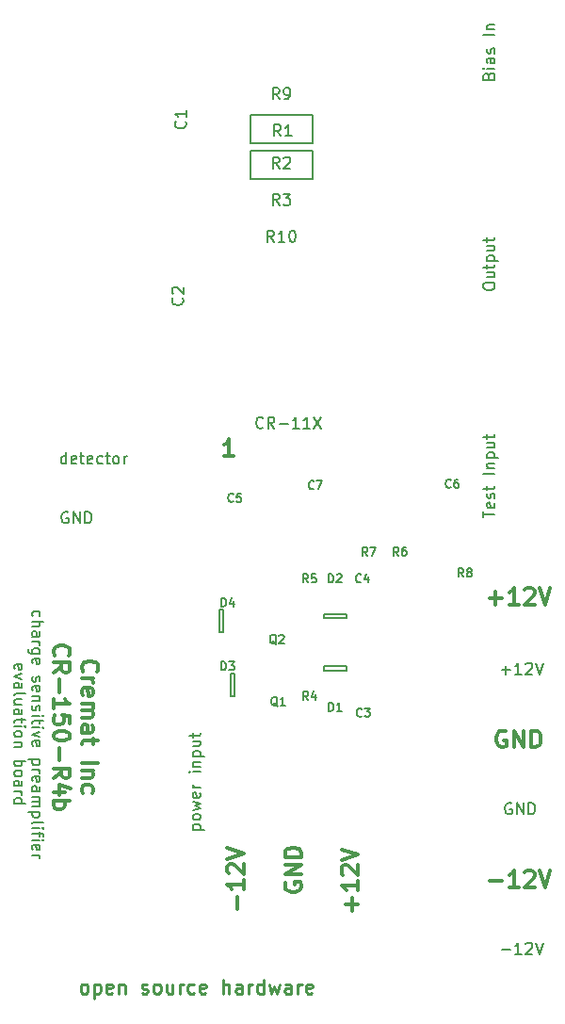
<source format=gbr>
G04 #@! TF.FileFunction,Legend,Top*
%FSLAX46Y46*%
G04 Gerber Fmt 4.6, Leading zero omitted, Abs format (unit mm)*
G04 Created by KiCad (PCBNEW (after 2015-mar-04 BZR unknown)-product) date 5/4/2015 11:29:17 AM*
%MOMM*%
G01*
G04 APERTURE LIST*
%ADD10C,0.101600*%
%ADD11C,0.254000*%
%ADD12C,0.177800*%
%ADD13C,0.300000*%
%ADD14C,0.304800*%
%ADD15C,0.200000*%
%ADD16C,0.150000*%
G04 APERTURE END LIST*
D10*
D11*
X33751763Y-117668524D02*
X33630810Y-117608048D01*
X33570334Y-117547571D01*
X33509858Y-117426619D01*
X33509858Y-117063762D01*
X33570334Y-116942810D01*
X33630810Y-116882333D01*
X33751763Y-116821857D01*
X33933191Y-116821857D01*
X34054143Y-116882333D01*
X34114620Y-116942810D01*
X34175096Y-117063762D01*
X34175096Y-117426619D01*
X34114620Y-117547571D01*
X34054143Y-117608048D01*
X33933191Y-117668524D01*
X33751763Y-117668524D01*
X34719382Y-116821857D02*
X34719382Y-118091857D01*
X34719382Y-116882333D02*
X34840334Y-116821857D01*
X35082239Y-116821857D01*
X35203191Y-116882333D01*
X35263668Y-116942810D01*
X35324144Y-117063762D01*
X35324144Y-117426619D01*
X35263668Y-117547571D01*
X35203191Y-117608048D01*
X35082239Y-117668524D01*
X34840334Y-117668524D01*
X34719382Y-117608048D01*
X36352239Y-117608048D02*
X36231287Y-117668524D01*
X35989382Y-117668524D01*
X35868430Y-117608048D01*
X35807954Y-117487095D01*
X35807954Y-117003286D01*
X35868430Y-116882333D01*
X35989382Y-116821857D01*
X36231287Y-116821857D01*
X36352239Y-116882333D01*
X36412716Y-117003286D01*
X36412716Y-117124238D01*
X35807954Y-117245190D01*
X36957001Y-116821857D02*
X36957001Y-117668524D01*
X36957001Y-116942810D02*
X37017477Y-116882333D01*
X37138430Y-116821857D01*
X37319858Y-116821857D01*
X37440810Y-116882333D01*
X37501287Y-117003286D01*
X37501287Y-117668524D01*
X39013192Y-117608048D02*
X39134144Y-117668524D01*
X39376049Y-117668524D01*
X39497001Y-117608048D01*
X39557477Y-117487095D01*
X39557477Y-117426619D01*
X39497001Y-117305667D01*
X39376049Y-117245190D01*
X39194620Y-117245190D01*
X39073668Y-117184714D01*
X39013192Y-117063762D01*
X39013192Y-117003286D01*
X39073668Y-116882333D01*
X39194620Y-116821857D01*
X39376049Y-116821857D01*
X39497001Y-116882333D01*
X40283192Y-117668524D02*
X40162239Y-117608048D01*
X40101763Y-117547571D01*
X40041287Y-117426619D01*
X40041287Y-117063762D01*
X40101763Y-116942810D01*
X40162239Y-116882333D01*
X40283192Y-116821857D01*
X40464620Y-116821857D01*
X40585572Y-116882333D01*
X40646049Y-116942810D01*
X40706525Y-117063762D01*
X40706525Y-117426619D01*
X40646049Y-117547571D01*
X40585572Y-117608048D01*
X40464620Y-117668524D01*
X40283192Y-117668524D01*
X41795097Y-116821857D02*
X41795097Y-117668524D01*
X41250811Y-116821857D02*
X41250811Y-117487095D01*
X41311287Y-117608048D01*
X41432240Y-117668524D01*
X41613668Y-117668524D01*
X41734620Y-117608048D01*
X41795097Y-117547571D01*
X42399859Y-117668524D02*
X42399859Y-116821857D01*
X42399859Y-117063762D02*
X42460335Y-116942810D01*
X42520811Y-116882333D01*
X42641764Y-116821857D01*
X42762716Y-116821857D01*
X43730335Y-117608048D02*
X43609382Y-117668524D01*
X43367478Y-117668524D01*
X43246525Y-117608048D01*
X43186049Y-117547571D01*
X43125573Y-117426619D01*
X43125573Y-117063762D01*
X43186049Y-116942810D01*
X43246525Y-116882333D01*
X43367478Y-116821857D01*
X43609382Y-116821857D01*
X43730335Y-116882333D01*
X44758429Y-117608048D02*
X44637477Y-117668524D01*
X44395572Y-117668524D01*
X44274620Y-117608048D01*
X44214144Y-117487095D01*
X44214144Y-117003286D01*
X44274620Y-116882333D01*
X44395572Y-116821857D01*
X44637477Y-116821857D01*
X44758429Y-116882333D01*
X44818906Y-117003286D01*
X44818906Y-117124238D01*
X44214144Y-117245190D01*
X46330810Y-117668524D02*
X46330810Y-116398524D01*
X46875096Y-117668524D02*
X46875096Y-117003286D01*
X46814619Y-116882333D01*
X46693667Y-116821857D01*
X46512239Y-116821857D01*
X46391286Y-116882333D01*
X46330810Y-116942810D01*
X48024144Y-117668524D02*
X48024144Y-117003286D01*
X47963667Y-116882333D01*
X47842715Y-116821857D01*
X47600810Y-116821857D01*
X47479858Y-116882333D01*
X48024144Y-117608048D02*
X47903191Y-117668524D01*
X47600810Y-117668524D01*
X47479858Y-117608048D01*
X47419382Y-117487095D01*
X47419382Y-117366143D01*
X47479858Y-117245190D01*
X47600810Y-117184714D01*
X47903191Y-117184714D01*
X48024144Y-117124238D01*
X48628906Y-117668524D02*
X48628906Y-116821857D01*
X48628906Y-117063762D02*
X48689382Y-116942810D01*
X48749858Y-116882333D01*
X48870811Y-116821857D01*
X48991763Y-116821857D01*
X49959382Y-117668524D02*
X49959382Y-116398524D01*
X49959382Y-117608048D02*
X49838429Y-117668524D01*
X49596525Y-117668524D01*
X49475572Y-117608048D01*
X49415096Y-117547571D01*
X49354620Y-117426619D01*
X49354620Y-117063762D01*
X49415096Y-116942810D01*
X49475572Y-116882333D01*
X49596525Y-116821857D01*
X49838429Y-116821857D01*
X49959382Y-116882333D01*
X50443192Y-116821857D02*
X50685096Y-117668524D01*
X50927001Y-117063762D01*
X51168906Y-117668524D01*
X51410811Y-116821857D01*
X52438906Y-117668524D02*
X52438906Y-117003286D01*
X52378429Y-116882333D01*
X52257477Y-116821857D01*
X52015572Y-116821857D01*
X51894620Y-116882333D01*
X52438906Y-117608048D02*
X52317953Y-117668524D01*
X52015572Y-117668524D01*
X51894620Y-117608048D01*
X51834144Y-117487095D01*
X51834144Y-117366143D01*
X51894620Y-117245190D01*
X52015572Y-117184714D01*
X52317953Y-117184714D01*
X52438906Y-117124238D01*
X53043668Y-117668524D02*
X53043668Y-116821857D01*
X53043668Y-117063762D02*
X53104144Y-116942810D01*
X53164620Y-116882333D01*
X53285573Y-116821857D01*
X53406525Y-116821857D01*
X54313667Y-117608048D02*
X54192715Y-117668524D01*
X53950810Y-117668524D01*
X53829858Y-117608048D01*
X53769382Y-117487095D01*
X53769382Y-117003286D01*
X53829858Y-116882333D01*
X53950810Y-116821857D01*
X54192715Y-116821857D01*
X54313667Y-116882333D01*
X54374144Y-117003286D01*
X54374144Y-117124238D01*
X53769382Y-117245190D01*
D12*
X29217862Y-83789763D02*
X29169481Y-83693001D01*
X29169481Y-83499478D01*
X29217862Y-83402716D01*
X29266243Y-83354335D01*
X29363005Y-83305954D01*
X29653290Y-83305954D01*
X29750052Y-83354335D01*
X29798433Y-83402716D01*
X29846814Y-83499478D01*
X29846814Y-83693001D01*
X29798433Y-83789763D01*
X29169481Y-84225192D02*
X30185481Y-84225192D01*
X29169481Y-84660620D02*
X29701671Y-84660620D01*
X29798433Y-84612239D01*
X29846814Y-84515477D01*
X29846814Y-84370335D01*
X29798433Y-84273573D01*
X29750052Y-84225192D01*
X29169481Y-85579858D02*
X29701671Y-85579858D01*
X29798433Y-85531477D01*
X29846814Y-85434715D01*
X29846814Y-85241192D01*
X29798433Y-85144430D01*
X29217862Y-85579858D02*
X29169481Y-85483096D01*
X29169481Y-85241192D01*
X29217862Y-85144430D01*
X29314624Y-85096049D01*
X29411386Y-85096049D01*
X29508148Y-85144430D01*
X29556529Y-85241192D01*
X29556529Y-85483096D01*
X29604910Y-85579858D01*
X29169481Y-86063668D02*
X29846814Y-86063668D01*
X29653290Y-86063668D02*
X29750052Y-86112049D01*
X29798433Y-86160430D01*
X29846814Y-86257192D01*
X29846814Y-86353953D01*
X29846814Y-87128048D02*
X29024338Y-87128048D01*
X28927576Y-87079667D01*
X28879195Y-87031286D01*
X28830814Y-86934525D01*
X28830814Y-86789382D01*
X28879195Y-86692620D01*
X29217862Y-87128048D02*
X29169481Y-87031286D01*
X29169481Y-86837763D01*
X29217862Y-86741001D01*
X29266243Y-86692620D01*
X29363005Y-86644239D01*
X29653290Y-86644239D01*
X29750052Y-86692620D01*
X29798433Y-86741001D01*
X29846814Y-86837763D01*
X29846814Y-87031286D01*
X29798433Y-87128048D01*
X29217862Y-87998905D02*
X29169481Y-87902143D01*
X29169481Y-87708620D01*
X29217862Y-87611858D01*
X29314624Y-87563477D01*
X29701671Y-87563477D01*
X29798433Y-87611858D01*
X29846814Y-87708620D01*
X29846814Y-87902143D01*
X29798433Y-87998905D01*
X29701671Y-88047286D01*
X29604910Y-88047286D01*
X29508148Y-87563477D01*
X29217862Y-89208429D02*
X29169481Y-89305191D01*
X29169481Y-89498715D01*
X29217862Y-89595476D01*
X29314624Y-89643857D01*
X29363005Y-89643857D01*
X29459767Y-89595476D01*
X29508148Y-89498715D01*
X29508148Y-89353572D01*
X29556529Y-89256810D01*
X29653290Y-89208429D01*
X29701671Y-89208429D01*
X29798433Y-89256810D01*
X29846814Y-89353572D01*
X29846814Y-89498715D01*
X29798433Y-89595476D01*
X29217862Y-90466333D02*
X29169481Y-90369571D01*
X29169481Y-90176048D01*
X29217862Y-90079286D01*
X29314624Y-90030905D01*
X29701671Y-90030905D01*
X29798433Y-90079286D01*
X29846814Y-90176048D01*
X29846814Y-90369571D01*
X29798433Y-90466333D01*
X29701671Y-90514714D01*
X29604910Y-90514714D01*
X29508148Y-90030905D01*
X29846814Y-90950143D02*
X29169481Y-90950143D01*
X29750052Y-90950143D02*
X29798433Y-90998524D01*
X29846814Y-91095286D01*
X29846814Y-91240428D01*
X29798433Y-91337190D01*
X29701671Y-91385571D01*
X29169481Y-91385571D01*
X29217862Y-91821000D02*
X29169481Y-91917762D01*
X29169481Y-92111286D01*
X29217862Y-92208047D01*
X29314624Y-92256428D01*
X29363005Y-92256428D01*
X29459767Y-92208047D01*
X29508148Y-92111286D01*
X29508148Y-91966143D01*
X29556529Y-91869381D01*
X29653290Y-91821000D01*
X29701671Y-91821000D01*
X29798433Y-91869381D01*
X29846814Y-91966143D01*
X29846814Y-92111286D01*
X29798433Y-92208047D01*
X29169481Y-92691857D02*
X29846814Y-92691857D01*
X30185481Y-92691857D02*
X30137100Y-92643476D01*
X30088719Y-92691857D01*
X30137100Y-92740238D01*
X30185481Y-92691857D01*
X30088719Y-92691857D01*
X29846814Y-93030524D02*
X29846814Y-93417572D01*
X30185481Y-93175667D02*
X29314624Y-93175667D01*
X29217862Y-93224048D01*
X29169481Y-93320810D01*
X29169481Y-93417572D01*
X29169481Y-93756238D02*
X29846814Y-93756238D01*
X30185481Y-93756238D02*
X30137100Y-93707857D01*
X30088719Y-93756238D01*
X30137100Y-93804619D01*
X30185481Y-93756238D01*
X30088719Y-93756238D01*
X29846814Y-94143286D02*
X29169481Y-94385191D01*
X29846814Y-94627095D01*
X29217862Y-95401190D02*
X29169481Y-95304428D01*
X29169481Y-95110905D01*
X29217862Y-95014143D01*
X29314624Y-94965762D01*
X29701671Y-94965762D01*
X29798433Y-95014143D01*
X29846814Y-95110905D01*
X29846814Y-95304428D01*
X29798433Y-95401190D01*
X29701671Y-95449571D01*
X29604910Y-95449571D01*
X29508148Y-94965762D01*
X29846814Y-96659095D02*
X28830814Y-96659095D01*
X29798433Y-96659095D02*
X29846814Y-96755857D01*
X29846814Y-96949380D01*
X29798433Y-97046142D01*
X29750052Y-97094523D01*
X29653290Y-97142904D01*
X29363005Y-97142904D01*
X29266243Y-97094523D01*
X29217862Y-97046142D01*
X29169481Y-96949380D01*
X29169481Y-96755857D01*
X29217862Y-96659095D01*
X29169481Y-97578333D02*
X29846814Y-97578333D01*
X29653290Y-97578333D02*
X29750052Y-97626714D01*
X29798433Y-97675095D01*
X29846814Y-97771857D01*
X29846814Y-97868618D01*
X29217862Y-98594332D02*
X29169481Y-98497570D01*
X29169481Y-98304047D01*
X29217862Y-98207285D01*
X29314624Y-98158904D01*
X29701671Y-98158904D01*
X29798433Y-98207285D01*
X29846814Y-98304047D01*
X29846814Y-98497570D01*
X29798433Y-98594332D01*
X29701671Y-98642713D01*
X29604910Y-98642713D01*
X29508148Y-98158904D01*
X29169481Y-99513570D02*
X29701671Y-99513570D01*
X29798433Y-99465189D01*
X29846814Y-99368427D01*
X29846814Y-99174904D01*
X29798433Y-99078142D01*
X29217862Y-99513570D02*
X29169481Y-99416808D01*
X29169481Y-99174904D01*
X29217862Y-99078142D01*
X29314624Y-99029761D01*
X29411386Y-99029761D01*
X29508148Y-99078142D01*
X29556529Y-99174904D01*
X29556529Y-99416808D01*
X29604910Y-99513570D01*
X29169481Y-99997380D02*
X29846814Y-99997380D01*
X29750052Y-99997380D02*
X29798433Y-100045761D01*
X29846814Y-100142523D01*
X29846814Y-100287665D01*
X29798433Y-100384427D01*
X29701671Y-100432808D01*
X29169481Y-100432808D01*
X29701671Y-100432808D02*
X29798433Y-100481189D01*
X29846814Y-100577951D01*
X29846814Y-100723094D01*
X29798433Y-100819856D01*
X29701671Y-100868237D01*
X29169481Y-100868237D01*
X29846814Y-101352047D02*
X28830814Y-101352047D01*
X29798433Y-101352047D02*
X29846814Y-101448809D01*
X29846814Y-101642332D01*
X29798433Y-101739094D01*
X29750052Y-101787475D01*
X29653290Y-101835856D01*
X29363005Y-101835856D01*
X29266243Y-101787475D01*
X29217862Y-101739094D01*
X29169481Y-101642332D01*
X29169481Y-101448809D01*
X29217862Y-101352047D01*
X29169481Y-102416428D02*
X29217862Y-102319666D01*
X29314624Y-102271285D01*
X30185481Y-102271285D01*
X29169481Y-102803475D02*
X29846814Y-102803475D01*
X30185481Y-102803475D02*
X30137100Y-102755094D01*
X30088719Y-102803475D01*
X30137100Y-102851856D01*
X30185481Y-102803475D01*
X30088719Y-102803475D01*
X29846814Y-103142142D02*
X29846814Y-103529190D01*
X29169481Y-103287285D02*
X30040338Y-103287285D01*
X30137100Y-103335666D01*
X30185481Y-103432428D01*
X30185481Y-103529190D01*
X29169481Y-103867856D02*
X29846814Y-103867856D01*
X30185481Y-103867856D02*
X30137100Y-103819475D01*
X30088719Y-103867856D01*
X30137100Y-103916237D01*
X30185481Y-103867856D01*
X30088719Y-103867856D01*
X29217862Y-104738713D02*
X29169481Y-104641951D01*
X29169481Y-104448428D01*
X29217862Y-104351666D01*
X29314624Y-104303285D01*
X29701671Y-104303285D01*
X29798433Y-104351666D01*
X29846814Y-104448428D01*
X29846814Y-104641951D01*
X29798433Y-104738713D01*
X29701671Y-104787094D01*
X29604910Y-104787094D01*
X29508148Y-104303285D01*
X29169481Y-105222523D02*
X29846814Y-105222523D01*
X29653290Y-105222523D02*
X29750052Y-105270904D01*
X29798433Y-105319285D01*
X29846814Y-105416047D01*
X29846814Y-105512808D01*
X27617662Y-88531096D02*
X27569281Y-88434334D01*
X27569281Y-88240811D01*
X27617662Y-88144049D01*
X27714424Y-88095668D01*
X28101471Y-88095668D01*
X28198233Y-88144049D01*
X28246614Y-88240811D01*
X28246614Y-88434334D01*
X28198233Y-88531096D01*
X28101471Y-88579477D01*
X28004710Y-88579477D01*
X27907948Y-88095668D01*
X28246614Y-88918144D02*
X27569281Y-89160049D01*
X28246614Y-89401953D01*
X27569281Y-90224429D02*
X28101471Y-90224429D01*
X28198233Y-90176048D01*
X28246614Y-90079286D01*
X28246614Y-89885763D01*
X28198233Y-89789001D01*
X27617662Y-90224429D02*
X27569281Y-90127667D01*
X27569281Y-89885763D01*
X27617662Y-89789001D01*
X27714424Y-89740620D01*
X27811186Y-89740620D01*
X27907948Y-89789001D01*
X27956329Y-89885763D01*
X27956329Y-90127667D01*
X28004710Y-90224429D01*
X27569281Y-90853382D02*
X27617662Y-90756620D01*
X27714424Y-90708239D01*
X28585281Y-90708239D01*
X28246614Y-91675857D02*
X27569281Y-91675857D01*
X28246614Y-91240429D02*
X27714424Y-91240429D01*
X27617662Y-91288810D01*
X27569281Y-91385572D01*
X27569281Y-91530714D01*
X27617662Y-91627476D01*
X27666043Y-91675857D01*
X27569281Y-92595095D02*
X28101471Y-92595095D01*
X28198233Y-92546714D01*
X28246614Y-92449952D01*
X28246614Y-92256429D01*
X28198233Y-92159667D01*
X27617662Y-92595095D02*
X27569281Y-92498333D01*
X27569281Y-92256429D01*
X27617662Y-92159667D01*
X27714424Y-92111286D01*
X27811186Y-92111286D01*
X27907948Y-92159667D01*
X27956329Y-92256429D01*
X27956329Y-92498333D01*
X28004710Y-92595095D01*
X28246614Y-92933762D02*
X28246614Y-93320810D01*
X28585281Y-93078905D02*
X27714424Y-93078905D01*
X27617662Y-93127286D01*
X27569281Y-93224048D01*
X27569281Y-93320810D01*
X27569281Y-93659476D02*
X28246614Y-93659476D01*
X28585281Y-93659476D02*
X28536900Y-93611095D01*
X28488519Y-93659476D01*
X28536900Y-93707857D01*
X28585281Y-93659476D01*
X28488519Y-93659476D01*
X27569281Y-94288429D02*
X27617662Y-94191667D01*
X27666043Y-94143286D01*
X27762805Y-94094905D01*
X28053090Y-94094905D01*
X28149852Y-94143286D01*
X28198233Y-94191667D01*
X28246614Y-94288429D01*
X28246614Y-94433571D01*
X28198233Y-94530333D01*
X28149852Y-94578714D01*
X28053090Y-94627095D01*
X27762805Y-94627095D01*
X27666043Y-94578714D01*
X27617662Y-94530333D01*
X27569281Y-94433571D01*
X27569281Y-94288429D01*
X28246614Y-95062524D02*
X27569281Y-95062524D01*
X28149852Y-95062524D02*
X28198233Y-95110905D01*
X28246614Y-95207667D01*
X28246614Y-95352809D01*
X28198233Y-95449571D01*
X28101471Y-95497952D01*
X27569281Y-95497952D01*
X27569281Y-96755857D02*
X28585281Y-96755857D01*
X28198233Y-96755857D02*
X28246614Y-96852619D01*
X28246614Y-97046142D01*
X28198233Y-97142904D01*
X28149852Y-97191285D01*
X28053090Y-97239666D01*
X27762805Y-97239666D01*
X27666043Y-97191285D01*
X27617662Y-97142904D01*
X27569281Y-97046142D01*
X27569281Y-96852619D01*
X27617662Y-96755857D01*
X27569281Y-97820238D02*
X27617662Y-97723476D01*
X27666043Y-97675095D01*
X27762805Y-97626714D01*
X28053090Y-97626714D01*
X28149852Y-97675095D01*
X28198233Y-97723476D01*
X28246614Y-97820238D01*
X28246614Y-97965380D01*
X28198233Y-98062142D01*
X28149852Y-98110523D01*
X28053090Y-98158904D01*
X27762805Y-98158904D01*
X27666043Y-98110523D01*
X27617662Y-98062142D01*
X27569281Y-97965380D01*
X27569281Y-97820238D01*
X27569281Y-99029761D02*
X28101471Y-99029761D01*
X28198233Y-98981380D01*
X28246614Y-98884618D01*
X28246614Y-98691095D01*
X28198233Y-98594333D01*
X27617662Y-99029761D02*
X27569281Y-98932999D01*
X27569281Y-98691095D01*
X27617662Y-98594333D01*
X27714424Y-98545952D01*
X27811186Y-98545952D01*
X27907948Y-98594333D01*
X27956329Y-98691095D01*
X27956329Y-98932999D01*
X28004710Y-99029761D01*
X27569281Y-99513571D02*
X28246614Y-99513571D01*
X28053090Y-99513571D02*
X28149852Y-99561952D01*
X28198233Y-99610333D01*
X28246614Y-99707095D01*
X28246614Y-99803856D01*
X27569281Y-100577951D02*
X28585281Y-100577951D01*
X27617662Y-100577951D02*
X27569281Y-100481189D01*
X27569281Y-100287666D01*
X27617662Y-100190904D01*
X27666043Y-100142523D01*
X27762805Y-100094142D01*
X28053090Y-100094142D01*
X28149852Y-100142523D01*
X28198233Y-100190904D01*
X28246614Y-100287666D01*
X28246614Y-100481189D01*
X28198233Y-100577951D01*
D13*
X31214286Y-87297430D02*
X31142857Y-87226001D01*
X31071429Y-87011715D01*
X31071429Y-86868858D01*
X31142857Y-86654573D01*
X31285714Y-86511715D01*
X31428571Y-86440287D01*
X31714286Y-86368858D01*
X31928571Y-86368858D01*
X32214286Y-86440287D01*
X32357143Y-86511715D01*
X32500000Y-86654573D01*
X32571429Y-86868858D01*
X32571429Y-87011715D01*
X32500000Y-87226001D01*
X32428571Y-87297430D01*
X31071429Y-88797430D02*
X31785714Y-88297430D01*
X31071429Y-87940287D02*
X32571429Y-87940287D01*
X32571429Y-88511715D01*
X32500000Y-88654573D01*
X32428571Y-88726001D01*
X32285714Y-88797430D01*
X32071429Y-88797430D01*
X31928571Y-88726001D01*
X31857143Y-88654573D01*
X31785714Y-88511715D01*
X31785714Y-87940287D01*
X31642857Y-89440287D02*
X31642857Y-90583144D01*
X31071429Y-92083144D02*
X31071429Y-91226001D01*
X31071429Y-91654573D02*
X32571429Y-91654573D01*
X32357143Y-91511716D01*
X32214286Y-91368858D01*
X32142857Y-91226001D01*
X32571429Y-93440287D02*
X32571429Y-92726001D01*
X31857143Y-92654572D01*
X31928571Y-92726001D01*
X32000000Y-92868858D01*
X32000000Y-93226001D01*
X31928571Y-93368858D01*
X31857143Y-93440287D01*
X31714286Y-93511715D01*
X31357143Y-93511715D01*
X31214286Y-93440287D01*
X31142857Y-93368858D01*
X31071429Y-93226001D01*
X31071429Y-92868858D01*
X31142857Y-92726001D01*
X31214286Y-92654572D01*
X32571429Y-94440286D02*
X32571429Y-94583143D01*
X32500000Y-94726000D01*
X32428571Y-94797429D01*
X32285714Y-94868858D01*
X32000000Y-94940286D01*
X31642857Y-94940286D01*
X31357143Y-94868858D01*
X31214286Y-94797429D01*
X31142857Y-94726000D01*
X31071429Y-94583143D01*
X31071429Y-94440286D01*
X31142857Y-94297429D01*
X31214286Y-94226000D01*
X31357143Y-94154572D01*
X31642857Y-94083143D01*
X32000000Y-94083143D01*
X32285714Y-94154572D01*
X32428571Y-94226000D01*
X32500000Y-94297429D01*
X32571429Y-94440286D01*
X31642857Y-95583143D02*
X31642857Y-96726000D01*
X31071429Y-98297429D02*
X31785714Y-97797429D01*
X31071429Y-97440286D02*
X32571429Y-97440286D01*
X32571429Y-98011714D01*
X32500000Y-98154572D01*
X32428571Y-98226000D01*
X32285714Y-98297429D01*
X32071429Y-98297429D01*
X31928571Y-98226000D01*
X31857143Y-98154572D01*
X31785714Y-98011714D01*
X31785714Y-97440286D01*
X32071429Y-99583143D02*
X31071429Y-99583143D01*
X32642857Y-99226000D02*
X31571429Y-98868857D01*
X31571429Y-99797429D01*
X31071429Y-100368857D02*
X32571429Y-100368857D01*
X32000000Y-100368857D02*
X32071429Y-100511714D01*
X32071429Y-100797428D01*
X32000000Y-100940285D01*
X31928571Y-101011714D01*
X31785714Y-101083143D01*
X31357143Y-101083143D01*
X31214286Y-101011714D01*
X31142857Y-100940285D01*
X31071429Y-100797428D01*
X31071429Y-100511714D01*
X31142857Y-100368857D01*
X33754286Y-88726001D02*
X33682857Y-88654572D01*
X33611429Y-88440286D01*
X33611429Y-88297429D01*
X33682857Y-88083144D01*
X33825714Y-87940286D01*
X33968571Y-87868858D01*
X34254286Y-87797429D01*
X34468571Y-87797429D01*
X34754286Y-87868858D01*
X34897143Y-87940286D01*
X35040000Y-88083144D01*
X35111429Y-88297429D01*
X35111429Y-88440286D01*
X35040000Y-88654572D01*
X34968571Y-88726001D01*
X33611429Y-89368858D02*
X34611429Y-89368858D01*
X34325714Y-89368858D02*
X34468571Y-89440286D01*
X34540000Y-89511715D01*
X34611429Y-89654572D01*
X34611429Y-89797429D01*
X33682857Y-90868857D02*
X33611429Y-90726000D01*
X33611429Y-90440286D01*
X33682857Y-90297429D01*
X33825714Y-90226000D01*
X34397143Y-90226000D01*
X34540000Y-90297429D01*
X34611429Y-90440286D01*
X34611429Y-90726000D01*
X34540000Y-90868857D01*
X34397143Y-90940286D01*
X34254286Y-90940286D01*
X34111429Y-90226000D01*
X33611429Y-91583143D02*
X34611429Y-91583143D01*
X34468571Y-91583143D02*
X34540000Y-91654571D01*
X34611429Y-91797429D01*
X34611429Y-92011714D01*
X34540000Y-92154571D01*
X34397143Y-92226000D01*
X33611429Y-92226000D01*
X34397143Y-92226000D02*
X34540000Y-92297429D01*
X34611429Y-92440286D01*
X34611429Y-92654571D01*
X34540000Y-92797429D01*
X34397143Y-92868857D01*
X33611429Y-92868857D01*
X33611429Y-94226000D02*
X34397143Y-94226000D01*
X34540000Y-94154571D01*
X34611429Y-94011714D01*
X34611429Y-93726000D01*
X34540000Y-93583143D01*
X33682857Y-94226000D02*
X33611429Y-94083143D01*
X33611429Y-93726000D01*
X33682857Y-93583143D01*
X33825714Y-93511714D01*
X33968571Y-93511714D01*
X34111429Y-93583143D01*
X34182857Y-93726000D01*
X34182857Y-94083143D01*
X34254286Y-94226000D01*
X34611429Y-94726000D02*
X34611429Y-95297429D01*
X35111429Y-94940286D02*
X33825714Y-94940286D01*
X33682857Y-95011714D01*
X33611429Y-95154572D01*
X33611429Y-95297429D01*
X33611429Y-96940286D02*
X35111429Y-96940286D01*
X34611429Y-97654572D02*
X33611429Y-97654572D01*
X34468571Y-97654572D02*
X34540000Y-97726000D01*
X34611429Y-97868858D01*
X34611429Y-98083143D01*
X34540000Y-98226000D01*
X34397143Y-98297429D01*
X33611429Y-98297429D01*
X33682857Y-99654572D02*
X33611429Y-99511715D01*
X33611429Y-99226001D01*
X33682857Y-99083143D01*
X33754286Y-99011715D01*
X33897143Y-98940286D01*
X34325714Y-98940286D01*
X34468571Y-99011715D01*
X34540000Y-99083143D01*
X34611429Y-99226001D01*
X34611429Y-99511715D01*
X34540000Y-99654572D01*
X70255144Y-107549143D02*
X71398001Y-107549143D01*
X72898001Y-108120571D02*
X72040858Y-108120571D01*
X72469430Y-108120571D02*
X72469430Y-106620571D01*
X72326573Y-106834857D01*
X72183715Y-106977714D01*
X72040858Y-107049143D01*
X73469429Y-106763429D02*
X73540858Y-106692000D01*
X73683715Y-106620571D01*
X74040858Y-106620571D01*
X74183715Y-106692000D01*
X74255144Y-106763429D01*
X74326572Y-106906286D01*
X74326572Y-107049143D01*
X74255144Y-107263429D01*
X73398001Y-108120571D01*
X74326572Y-108120571D01*
X74755143Y-106620571D02*
X75255143Y-108120571D01*
X75755143Y-106620571D01*
X71755143Y-94119000D02*
X71612286Y-94047571D01*
X71398000Y-94047571D01*
X71183715Y-94119000D01*
X71040857Y-94261857D01*
X70969429Y-94404714D01*
X70898000Y-94690429D01*
X70898000Y-94904714D01*
X70969429Y-95190429D01*
X71040857Y-95333286D01*
X71183715Y-95476143D01*
X71398000Y-95547571D01*
X71540857Y-95547571D01*
X71755143Y-95476143D01*
X71826572Y-95404714D01*
X71826572Y-94904714D01*
X71540857Y-94904714D01*
X72469429Y-95547571D02*
X72469429Y-94047571D01*
X73326572Y-95547571D01*
X73326572Y-94047571D01*
X74040858Y-95547571D02*
X74040858Y-94047571D01*
X74398001Y-94047571D01*
X74612286Y-94119000D01*
X74755144Y-94261857D01*
X74826572Y-94404714D01*
X74898001Y-94690429D01*
X74898001Y-94904714D01*
X74826572Y-95190429D01*
X74755144Y-95333286D01*
X74612286Y-95476143D01*
X74398001Y-95547571D01*
X74040858Y-95547571D01*
X70255144Y-82149143D02*
X71398001Y-82149143D01*
X70826572Y-82720571D02*
X70826572Y-81577714D01*
X72898001Y-82720571D02*
X72040858Y-82720571D01*
X72469430Y-82720571D02*
X72469430Y-81220571D01*
X72326573Y-81434857D01*
X72183715Y-81577714D01*
X72040858Y-81649143D01*
X73469429Y-81363429D02*
X73540858Y-81292000D01*
X73683715Y-81220571D01*
X74040858Y-81220571D01*
X74183715Y-81292000D01*
X74255144Y-81363429D01*
X74326572Y-81506286D01*
X74326572Y-81649143D01*
X74255144Y-81863429D01*
X73398001Y-82720571D01*
X74326572Y-82720571D01*
X74755143Y-81220571D02*
X75255143Y-82720571D01*
X75755143Y-81220571D01*
X51955000Y-107695857D02*
X51883571Y-107838714D01*
X51883571Y-108053000D01*
X51955000Y-108267285D01*
X52097857Y-108410143D01*
X52240714Y-108481571D01*
X52526429Y-108553000D01*
X52740714Y-108553000D01*
X53026429Y-108481571D01*
X53169286Y-108410143D01*
X53312143Y-108267285D01*
X53383571Y-108053000D01*
X53383571Y-107910143D01*
X53312143Y-107695857D01*
X53240714Y-107624428D01*
X52740714Y-107624428D01*
X52740714Y-107910143D01*
X53383571Y-106981571D02*
X51883571Y-106981571D01*
X53383571Y-106124428D01*
X51883571Y-106124428D01*
X53383571Y-105410142D02*
X51883571Y-105410142D01*
X51883571Y-105052999D01*
X51955000Y-104838714D01*
X52097857Y-104695856D01*
X52240714Y-104624428D01*
X52526429Y-104552999D01*
X52740714Y-104552999D01*
X53026429Y-104624428D01*
X53169286Y-104695856D01*
X53312143Y-104838714D01*
X53383571Y-105052999D01*
X53383571Y-105410142D01*
X57892143Y-110211856D02*
X57892143Y-109068999D01*
X58463571Y-109640428D02*
X57320714Y-109640428D01*
X58463571Y-107568999D02*
X58463571Y-108426142D01*
X58463571Y-107997570D02*
X56963571Y-107997570D01*
X57177857Y-108140427D01*
X57320714Y-108283285D01*
X57392143Y-108426142D01*
X57106429Y-106997571D02*
X57035000Y-106926142D01*
X56963571Y-106783285D01*
X56963571Y-106426142D01*
X57035000Y-106283285D01*
X57106429Y-106211856D01*
X57249286Y-106140428D01*
X57392143Y-106140428D01*
X57606429Y-106211856D01*
X58463571Y-107068999D01*
X58463571Y-106140428D01*
X56963571Y-105711857D02*
X58463571Y-105211857D01*
X56963571Y-104711857D01*
X47605143Y-110084856D02*
X47605143Y-108941999D01*
X48176571Y-107441999D02*
X48176571Y-108299142D01*
X48176571Y-107870570D02*
X46676571Y-107870570D01*
X46890857Y-108013427D01*
X47033714Y-108156285D01*
X47105143Y-108299142D01*
X46819429Y-106870571D02*
X46748000Y-106799142D01*
X46676571Y-106656285D01*
X46676571Y-106299142D01*
X46748000Y-106156285D01*
X46819429Y-106084856D01*
X46962286Y-106013428D01*
X47105143Y-106013428D01*
X47319429Y-106084856D01*
X48176571Y-106941999D01*
X48176571Y-106013428D01*
X46676571Y-105584857D02*
X48176571Y-105084857D01*
X46676571Y-104584857D01*
D14*
X47298429Y-69396429D02*
X46427572Y-69396429D01*
X46863000Y-69396429D02*
X46863000Y-67872429D01*
X46717857Y-68090143D01*
X46572715Y-68235286D01*
X46427572Y-68307857D01*
D15*
X54356000Y-41910000D02*
X48768000Y-41910000D01*
X54356000Y-44450000D02*
X54356000Y-41910000D01*
X48768000Y-44450000D02*
X54356000Y-44450000D01*
X48768000Y-41910000D02*
X48768000Y-44450000D01*
X54356000Y-38735000D02*
X48768000Y-38735000D01*
X54356000Y-41275000D02*
X54356000Y-38735000D01*
X48768000Y-41275000D02*
X54356000Y-41275000D01*
X48768000Y-38735000D02*
X48768000Y-41275000D01*
D16*
X46355000Y-83185000D02*
X46355000Y-85217000D01*
X46355000Y-85217000D02*
X45974000Y-85217000D01*
X45974000Y-85217000D02*
X45974000Y-83185000D01*
X45974000Y-83185000D02*
X46355000Y-83185000D01*
X46990000Y-90932000D02*
X46990000Y-88900000D01*
X46990000Y-88900000D02*
X47371000Y-88900000D01*
X47371000Y-88900000D02*
X47371000Y-90932000D01*
X47371000Y-90932000D02*
X46990000Y-90932000D01*
X55372000Y-83566000D02*
X57404000Y-83566000D01*
X57404000Y-83566000D02*
X57404000Y-83947000D01*
X57404000Y-83947000D02*
X55372000Y-83947000D01*
X55372000Y-83947000D02*
X55372000Y-83566000D01*
X57404000Y-88646000D02*
X55372000Y-88646000D01*
X55372000Y-88646000D02*
X55372000Y-88265000D01*
X55372000Y-88265000D02*
X57404000Y-88265000D01*
X57404000Y-88265000D02*
X57404000Y-88646000D01*
D12*
X58801000Y-92728143D02*
X58764714Y-92764429D01*
X58655857Y-92800714D01*
X58583286Y-92800714D01*
X58474429Y-92764429D01*
X58401857Y-92691857D01*
X58365572Y-92619286D01*
X58329286Y-92474143D01*
X58329286Y-92365286D01*
X58365572Y-92220143D01*
X58401857Y-92147571D01*
X58474429Y-92075000D01*
X58583286Y-92038714D01*
X58655857Y-92038714D01*
X58764714Y-92075000D01*
X58801000Y-92111286D01*
X59055000Y-92038714D02*
X59526714Y-92038714D01*
X59272714Y-92329000D01*
X59381572Y-92329000D01*
X59454143Y-92365286D01*
X59490429Y-92401571D01*
X59526714Y-92474143D01*
X59526714Y-92655571D01*
X59490429Y-92728143D01*
X59454143Y-92764429D01*
X59381572Y-92800714D01*
X59163857Y-92800714D01*
X59091286Y-92764429D01*
X59055000Y-92728143D01*
X58724800Y-80663143D02*
X58688514Y-80699429D01*
X58579657Y-80735714D01*
X58507086Y-80735714D01*
X58398229Y-80699429D01*
X58325657Y-80626857D01*
X58289372Y-80554286D01*
X58253086Y-80409143D01*
X58253086Y-80300286D01*
X58289372Y-80155143D01*
X58325657Y-80082571D01*
X58398229Y-80010000D01*
X58507086Y-79973714D01*
X58579657Y-79973714D01*
X58688514Y-80010000D01*
X58724800Y-80046286D01*
X59377943Y-80227714D02*
X59377943Y-80735714D01*
X59196514Y-79937429D02*
X59015086Y-80481714D01*
X59486800Y-80481714D01*
X47244000Y-73424143D02*
X47207714Y-73460429D01*
X47098857Y-73496714D01*
X47026286Y-73496714D01*
X46917429Y-73460429D01*
X46844857Y-73387857D01*
X46808572Y-73315286D01*
X46772286Y-73170143D01*
X46772286Y-73061286D01*
X46808572Y-72916143D01*
X46844857Y-72843571D01*
X46917429Y-72771000D01*
X47026286Y-72734714D01*
X47098857Y-72734714D01*
X47207714Y-72771000D01*
X47244000Y-72807286D01*
X47933429Y-72734714D02*
X47570572Y-72734714D01*
X47534286Y-73097571D01*
X47570572Y-73061286D01*
X47643143Y-73025000D01*
X47824572Y-73025000D01*
X47897143Y-73061286D01*
X47933429Y-73097571D01*
X47969714Y-73170143D01*
X47969714Y-73351571D01*
X47933429Y-73424143D01*
X47897143Y-73460429D01*
X47824572Y-73496714D01*
X47643143Y-73496714D01*
X47570572Y-73460429D01*
X47534286Y-73424143D01*
X66802000Y-72154143D02*
X66765714Y-72190429D01*
X66656857Y-72226714D01*
X66584286Y-72226714D01*
X66475429Y-72190429D01*
X66402857Y-72117857D01*
X66366572Y-72045286D01*
X66330286Y-71900143D01*
X66330286Y-71791286D01*
X66366572Y-71646143D01*
X66402857Y-71573571D01*
X66475429Y-71501000D01*
X66584286Y-71464714D01*
X66656857Y-71464714D01*
X66765714Y-71501000D01*
X66802000Y-71537286D01*
X67455143Y-71464714D02*
X67310000Y-71464714D01*
X67237429Y-71501000D01*
X67201143Y-71537286D01*
X67128572Y-71646143D01*
X67092286Y-71791286D01*
X67092286Y-72081571D01*
X67128572Y-72154143D01*
X67164857Y-72190429D01*
X67237429Y-72226714D01*
X67382572Y-72226714D01*
X67455143Y-72190429D01*
X67491429Y-72154143D01*
X67527714Y-72081571D01*
X67527714Y-71900143D01*
X67491429Y-71827571D01*
X67455143Y-71791286D01*
X67382572Y-71755000D01*
X67237429Y-71755000D01*
X67164857Y-71791286D01*
X67128572Y-71827571D01*
X67092286Y-71900143D01*
X54483000Y-72281143D02*
X54446714Y-72317429D01*
X54337857Y-72353714D01*
X54265286Y-72353714D01*
X54156429Y-72317429D01*
X54083857Y-72244857D01*
X54047572Y-72172286D01*
X54011286Y-72027143D01*
X54011286Y-71918286D01*
X54047572Y-71773143D01*
X54083857Y-71700571D01*
X54156429Y-71628000D01*
X54265286Y-71591714D01*
X54337857Y-71591714D01*
X54446714Y-71628000D01*
X54483000Y-71664286D01*
X54737000Y-71591714D02*
X55245000Y-71591714D01*
X54918429Y-72353714D01*
X32227763Y-70055619D02*
X32227763Y-69039619D01*
X32227763Y-70007238D02*
X32131001Y-70055619D01*
X31937478Y-70055619D01*
X31840716Y-70007238D01*
X31792335Y-69958857D01*
X31743954Y-69862095D01*
X31743954Y-69571810D01*
X31792335Y-69475048D01*
X31840716Y-69426667D01*
X31937478Y-69378286D01*
X32131001Y-69378286D01*
X32227763Y-69426667D01*
X33098620Y-70007238D02*
X33001858Y-70055619D01*
X32808335Y-70055619D01*
X32711573Y-70007238D01*
X32663192Y-69910476D01*
X32663192Y-69523429D01*
X32711573Y-69426667D01*
X32808335Y-69378286D01*
X33001858Y-69378286D01*
X33098620Y-69426667D01*
X33147001Y-69523429D01*
X33147001Y-69620190D01*
X32663192Y-69716952D01*
X33437287Y-69378286D02*
X33824335Y-69378286D01*
X33582430Y-69039619D02*
X33582430Y-69910476D01*
X33630811Y-70007238D01*
X33727573Y-70055619D01*
X33824335Y-70055619D01*
X34550048Y-70007238D02*
X34453286Y-70055619D01*
X34259763Y-70055619D01*
X34163001Y-70007238D01*
X34114620Y-69910476D01*
X34114620Y-69523429D01*
X34163001Y-69426667D01*
X34259763Y-69378286D01*
X34453286Y-69378286D01*
X34550048Y-69426667D01*
X34598429Y-69523429D01*
X34598429Y-69620190D01*
X34114620Y-69716952D01*
X35469286Y-70007238D02*
X35372524Y-70055619D01*
X35179001Y-70055619D01*
X35082239Y-70007238D01*
X35033858Y-69958857D01*
X34985477Y-69862095D01*
X34985477Y-69571810D01*
X35033858Y-69475048D01*
X35082239Y-69426667D01*
X35179001Y-69378286D01*
X35372524Y-69378286D01*
X35469286Y-69426667D01*
X35759572Y-69378286D02*
X36146620Y-69378286D01*
X35904715Y-69039619D02*
X35904715Y-69910476D01*
X35953096Y-70007238D01*
X36049858Y-70055619D01*
X36146620Y-70055619D01*
X36630429Y-70055619D02*
X36533667Y-70007238D01*
X36485286Y-69958857D01*
X36436905Y-69862095D01*
X36436905Y-69571810D01*
X36485286Y-69475048D01*
X36533667Y-69426667D01*
X36630429Y-69378286D01*
X36775571Y-69378286D01*
X36872333Y-69426667D01*
X36920714Y-69475048D01*
X36969095Y-69571810D01*
X36969095Y-69862095D01*
X36920714Y-69958857D01*
X36872333Y-70007238D01*
X36775571Y-70055619D01*
X36630429Y-70055619D01*
X37404524Y-70055619D02*
X37404524Y-69378286D01*
X37404524Y-69571810D02*
X37452905Y-69475048D01*
X37501286Y-69426667D01*
X37598048Y-69378286D01*
X37694809Y-69378286D01*
X51235429Y-91857286D02*
X51162857Y-91821000D01*
X51090286Y-91748429D01*
X50981429Y-91639571D01*
X50908857Y-91603286D01*
X50836286Y-91603286D01*
X50872571Y-91784714D02*
X50800000Y-91748429D01*
X50727429Y-91675857D01*
X50691143Y-91530714D01*
X50691143Y-91276714D01*
X50727429Y-91131571D01*
X50800000Y-91059000D01*
X50872571Y-91022714D01*
X51017714Y-91022714D01*
X51090286Y-91059000D01*
X51162857Y-91131571D01*
X51199143Y-91276714D01*
X51199143Y-91530714D01*
X51162857Y-91675857D01*
X51090286Y-91748429D01*
X51017714Y-91784714D01*
X50872571Y-91784714D01*
X51924857Y-91784714D02*
X51489429Y-91784714D01*
X51707143Y-91784714D02*
X51707143Y-91022714D01*
X51634572Y-91131571D01*
X51562000Y-91204143D01*
X51489429Y-91240429D01*
X51108429Y-86269286D02*
X51035857Y-86233000D01*
X50963286Y-86160429D01*
X50854429Y-86051571D01*
X50781857Y-86015286D01*
X50709286Y-86015286D01*
X50745571Y-86196714D02*
X50673000Y-86160429D01*
X50600429Y-86087857D01*
X50564143Y-85942714D01*
X50564143Y-85688714D01*
X50600429Y-85543571D01*
X50673000Y-85471000D01*
X50745571Y-85434714D01*
X50890714Y-85434714D01*
X50963286Y-85471000D01*
X51035857Y-85543571D01*
X51072143Y-85688714D01*
X51072143Y-85942714D01*
X51035857Y-86087857D01*
X50963286Y-86160429D01*
X50890714Y-86196714D01*
X50745571Y-86196714D01*
X51362429Y-85507286D02*
X51398715Y-85471000D01*
X51471286Y-85434714D01*
X51652715Y-85434714D01*
X51725286Y-85471000D01*
X51761572Y-85507286D01*
X51797857Y-85579857D01*
X51797857Y-85652429D01*
X51761572Y-85761286D01*
X51326143Y-86196714D01*
X51797857Y-86196714D01*
X53975000Y-91276714D02*
X53721000Y-90913857D01*
X53539572Y-91276714D02*
X53539572Y-90514714D01*
X53829857Y-90514714D01*
X53902429Y-90551000D01*
X53938714Y-90587286D01*
X53975000Y-90659857D01*
X53975000Y-90768714D01*
X53938714Y-90841286D01*
X53902429Y-90877571D01*
X53829857Y-90913857D01*
X53539572Y-90913857D01*
X54628143Y-90768714D02*
X54628143Y-91276714D01*
X54446714Y-90478429D02*
X54265286Y-91022714D01*
X54737000Y-91022714D01*
X53975000Y-80735714D02*
X53721000Y-80372857D01*
X53539572Y-80735714D02*
X53539572Y-79973714D01*
X53829857Y-79973714D01*
X53902429Y-80010000D01*
X53938714Y-80046286D01*
X53975000Y-80118857D01*
X53975000Y-80227714D01*
X53938714Y-80300286D01*
X53902429Y-80336571D01*
X53829857Y-80372857D01*
X53539572Y-80372857D01*
X54664429Y-79973714D02*
X54301572Y-79973714D01*
X54265286Y-80336571D01*
X54301572Y-80300286D01*
X54374143Y-80264000D01*
X54555572Y-80264000D01*
X54628143Y-80300286D01*
X54664429Y-80336571D01*
X54700714Y-80409143D01*
X54700714Y-80590571D01*
X54664429Y-80663143D01*
X54628143Y-80699429D01*
X54555572Y-80735714D01*
X54374143Y-80735714D01*
X54301572Y-80699429D01*
X54265286Y-80663143D01*
X62103000Y-78322714D02*
X61849000Y-77959857D01*
X61667572Y-78322714D02*
X61667572Y-77560714D01*
X61957857Y-77560714D01*
X62030429Y-77597000D01*
X62066714Y-77633286D01*
X62103000Y-77705857D01*
X62103000Y-77814714D01*
X62066714Y-77887286D01*
X62030429Y-77923571D01*
X61957857Y-77959857D01*
X61667572Y-77959857D01*
X62756143Y-77560714D02*
X62611000Y-77560714D01*
X62538429Y-77597000D01*
X62502143Y-77633286D01*
X62429572Y-77742143D01*
X62393286Y-77887286D01*
X62393286Y-78177571D01*
X62429572Y-78250143D01*
X62465857Y-78286429D01*
X62538429Y-78322714D01*
X62683572Y-78322714D01*
X62756143Y-78286429D01*
X62792429Y-78250143D01*
X62828714Y-78177571D01*
X62828714Y-77996143D01*
X62792429Y-77923571D01*
X62756143Y-77887286D01*
X62683572Y-77851000D01*
X62538429Y-77851000D01*
X62465857Y-77887286D01*
X62429572Y-77923571D01*
X62393286Y-77996143D01*
X59309000Y-78322714D02*
X59055000Y-77959857D01*
X58873572Y-78322714D02*
X58873572Y-77560714D01*
X59163857Y-77560714D01*
X59236429Y-77597000D01*
X59272714Y-77633286D01*
X59309000Y-77705857D01*
X59309000Y-77814714D01*
X59272714Y-77887286D01*
X59236429Y-77923571D01*
X59163857Y-77959857D01*
X58873572Y-77959857D01*
X59563000Y-77560714D02*
X60071000Y-77560714D01*
X59744429Y-78322714D01*
X67945000Y-80227714D02*
X67691000Y-79864857D01*
X67509572Y-80227714D02*
X67509572Y-79465714D01*
X67799857Y-79465714D01*
X67872429Y-79502000D01*
X67908714Y-79538286D01*
X67945000Y-79610857D01*
X67945000Y-79719714D01*
X67908714Y-79792286D01*
X67872429Y-79828571D01*
X67799857Y-79864857D01*
X67509572Y-79864857D01*
X68380429Y-79792286D02*
X68307857Y-79756000D01*
X68271572Y-79719714D01*
X68235286Y-79647143D01*
X68235286Y-79610857D01*
X68271572Y-79538286D01*
X68307857Y-79502000D01*
X68380429Y-79465714D01*
X68525572Y-79465714D01*
X68598143Y-79502000D01*
X68634429Y-79538286D01*
X68670714Y-79610857D01*
X68670714Y-79647143D01*
X68634429Y-79719714D01*
X68598143Y-79756000D01*
X68525572Y-79792286D01*
X68380429Y-79792286D01*
X68307857Y-79828571D01*
X68271572Y-79864857D01*
X68235286Y-79937429D01*
X68235286Y-80082571D01*
X68271572Y-80155143D01*
X68307857Y-80191429D01*
X68380429Y-80227714D01*
X68525572Y-80227714D01*
X68598143Y-80191429D01*
X68634429Y-80155143D01*
X68670714Y-80082571D01*
X68670714Y-79937429D01*
X68634429Y-79864857D01*
X68598143Y-79828571D01*
X68525572Y-79792286D01*
X32372905Y-74422000D02*
X32276143Y-74373619D01*
X32131000Y-74373619D01*
X31985858Y-74422000D01*
X31889096Y-74518762D01*
X31840715Y-74615524D01*
X31792334Y-74809048D01*
X31792334Y-74954190D01*
X31840715Y-75147714D01*
X31889096Y-75244476D01*
X31985858Y-75341238D01*
X32131000Y-75389619D01*
X32227762Y-75389619D01*
X32372905Y-75341238D01*
X32421286Y-75292857D01*
X32421286Y-74954190D01*
X32227762Y-74954190D01*
X32856715Y-75389619D02*
X32856715Y-74373619D01*
X33437286Y-75389619D01*
X33437286Y-74373619D01*
X33921096Y-75389619D02*
X33921096Y-74373619D01*
X34163001Y-74373619D01*
X34308143Y-74422000D01*
X34404905Y-74518762D01*
X34453286Y-74615524D01*
X34501667Y-74809048D01*
X34501667Y-74954190D01*
X34453286Y-75147714D01*
X34404905Y-75244476D01*
X34308143Y-75341238D01*
X34163001Y-75389619D01*
X33921096Y-75389619D01*
X42907857Y-39285333D02*
X42956238Y-39333714D01*
X43004619Y-39478857D01*
X43004619Y-39575619D01*
X42956238Y-39720761D01*
X42859476Y-39817523D01*
X42762714Y-39865904D01*
X42569190Y-39914285D01*
X42424048Y-39914285D01*
X42230524Y-39865904D01*
X42133762Y-39817523D01*
X42037000Y-39720761D01*
X41988619Y-39575619D01*
X41988619Y-39478857D01*
X42037000Y-39333714D01*
X42085381Y-39285333D01*
X43004619Y-38317714D02*
X43004619Y-38898285D01*
X43004619Y-38607999D02*
X41988619Y-38607999D01*
X42133762Y-38704761D01*
X42230524Y-38801523D01*
X42278905Y-38898285D01*
X42653857Y-55160333D02*
X42702238Y-55208714D01*
X42750619Y-55353857D01*
X42750619Y-55450619D01*
X42702238Y-55595761D01*
X42605476Y-55692523D01*
X42508714Y-55740904D01*
X42315190Y-55789285D01*
X42170048Y-55789285D01*
X41976524Y-55740904D01*
X41879762Y-55692523D01*
X41783000Y-55595761D01*
X41734619Y-55450619D01*
X41734619Y-55353857D01*
X41783000Y-55208714D01*
X41831381Y-55160333D01*
X41831381Y-54773285D02*
X41783000Y-54724904D01*
X41734619Y-54628142D01*
X41734619Y-54386238D01*
X41783000Y-54289476D01*
X41831381Y-54241095D01*
X41928143Y-54192714D01*
X42024905Y-54192714D01*
X42170048Y-54241095D01*
X42750619Y-54821666D01*
X42750619Y-54192714D01*
X51392667Y-37289619D02*
X51054001Y-36805810D01*
X50812096Y-37289619D02*
X50812096Y-36273619D01*
X51199143Y-36273619D01*
X51295905Y-36322000D01*
X51344286Y-36370381D01*
X51392667Y-36467143D01*
X51392667Y-36612286D01*
X51344286Y-36709048D01*
X51295905Y-36757429D01*
X51199143Y-36805810D01*
X50812096Y-36805810D01*
X51876477Y-37289619D02*
X52070001Y-37289619D01*
X52166762Y-37241238D01*
X52215143Y-37192857D01*
X52311905Y-37047714D01*
X52360286Y-36854190D01*
X52360286Y-36467143D01*
X52311905Y-36370381D01*
X52263524Y-36322000D01*
X52166762Y-36273619D01*
X51973239Y-36273619D01*
X51876477Y-36322000D01*
X51828096Y-36370381D01*
X51779715Y-36467143D01*
X51779715Y-36709048D01*
X51828096Y-36805810D01*
X51876477Y-36854190D01*
X51973239Y-36902571D01*
X52166762Y-36902571D01*
X52263524Y-36854190D01*
X52311905Y-36805810D01*
X52360286Y-36709048D01*
X51519667Y-40591619D02*
X51181001Y-40107810D01*
X50939096Y-40591619D02*
X50939096Y-39575619D01*
X51326143Y-39575619D01*
X51422905Y-39624000D01*
X51471286Y-39672381D01*
X51519667Y-39769143D01*
X51519667Y-39914286D01*
X51471286Y-40011048D01*
X51422905Y-40059429D01*
X51326143Y-40107810D01*
X50939096Y-40107810D01*
X52487286Y-40591619D02*
X51906715Y-40591619D01*
X52197001Y-40591619D02*
X52197001Y-39575619D01*
X52100239Y-39720762D01*
X52003477Y-39817524D01*
X51906715Y-39865905D01*
X51392667Y-43512619D02*
X51054001Y-43028810D01*
X50812096Y-43512619D02*
X50812096Y-42496619D01*
X51199143Y-42496619D01*
X51295905Y-42545000D01*
X51344286Y-42593381D01*
X51392667Y-42690143D01*
X51392667Y-42835286D01*
X51344286Y-42932048D01*
X51295905Y-42980429D01*
X51199143Y-43028810D01*
X50812096Y-43028810D01*
X51779715Y-42593381D02*
X51828096Y-42545000D01*
X51924858Y-42496619D01*
X52166762Y-42496619D01*
X52263524Y-42545000D01*
X52311905Y-42593381D01*
X52360286Y-42690143D01*
X52360286Y-42786905D01*
X52311905Y-42932048D01*
X51731334Y-43512619D01*
X52360286Y-43512619D01*
X51392667Y-46814619D02*
X51054001Y-46330810D01*
X50812096Y-46814619D02*
X50812096Y-45798619D01*
X51199143Y-45798619D01*
X51295905Y-45847000D01*
X51344286Y-45895381D01*
X51392667Y-45992143D01*
X51392667Y-46137286D01*
X51344286Y-46234048D01*
X51295905Y-46282429D01*
X51199143Y-46330810D01*
X50812096Y-46330810D01*
X51731334Y-45798619D02*
X52360286Y-45798619D01*
X52021620Y-46185667D01*
X52166762Y-46185667D01*
X52263524Y-46234048D01*
X52311905Y-46282429D01*
X52360286Y-46379190D01*
X52360286Y-46621095D01*
X52311905Y-46717857D01*
X52263524Y-46766238D01*
X52166762Y-46814619D01*
X51876477Y-46814619D01*
X51779715Y-46766238D01*
X51731334Y-46717857D01*
X50908857Y-50116619D02*
X50570191Y-49632810D01*
X50328286Y-50116619D02*
X50328286Y-49100619D01*
X50715333Y-49100619D01*
X50812095Y-49149000D01*
X50860476Y-49197381D01*
X50908857Y-49294143D01*
X50908857Y-49439286D01*
X50860476Y-49536048D01*
X50812095Y-49584429D01*
X50715333Y-49632810D01*
X50328286Y-49632810D01*
X51876476Y-50116619D02*
X51295905Y-50116619D01*
X51586191Y-50116619D02*
X51586191Y-49100619D01*
X51489429Y-49245762D01*
X51392667Y-49342524D01*
X51295905Y-49390905D01*
X52505429Y-49100619D02*
X52602190Y-49100619D01*
X52698952Y-49149000D01*
X52747333Y-49197381D01*
X52795714Y-49294143D01*
X52844095Y-49487667D01*
X52844095Y-49729571D01*
X52795714Y-49923095D01*
X52747333Y-50019857D01*
X52698952Y-50068238D01*
X52602190Y-50116619D01*
X52505429Y-50116619D01*
X52408667Y-50068238D01*
X52360286Y-50019857D01*
X52311905Y-49923095D01*
X52263524Y-49729571D01*
X52263524Y-49487667D01*
X52311905Y-49294143D01*
X52360286Y-49197381D01*
X52408667Y-49149000D01*
X52505429Y-49100619D01*
X70209229Y-35199562D02*
X70257610Y-35054419D01*
X70305990Y-35006038D01*
X70402752Y-34957657D01*
X70547895Y-34957657D01*
X70644657Y-35006038D01*
X70693038Y-35054419D01*
X70741419Y-35151181D01*
X70741419Y-35538228D01*
X69725419Y-35538228D01*
X69725419Y-35199562D01*
X69773800Y-35102800D01*
X69822181Y-35054419D01*
X69918943Y-35006038D01*
X70015705Y-35006038D01*
X70112467Y-35054419D01*
X70160848Y-35102800D01*
X70209229Y-35199562D01*
X70209229Y-35538228D01*
X70741419Y-34522228D02*
X70064086Y-34522228D01*
X69725419Y-34522228D02*
X69773800Y-34570609D01*
X69822181Y-34522228D01*
X69773800Y-34473847D01*
X69725419Y-34522228D01*
X69822181Y-34522228D01*
X70741419Y-33602990D02*
X70209229Y-33602990D01*
X70112467Y-33651371D01*
X70064086Y-33748133D01*
X70064086Y-33941656D01*
X70112467Y-34038418D01*
X70693038Y-33602990D02*
X70741419Y-33699752D01*
X70741419Y-33941656D01*
X70693038Y-34038418D01*
X70596276Y-34086799D01*
X70499514Y-34086799D01*
X70402752Y-34038418D01*
X70354371Y-33941656D01*
X70354371Y-33699752D01*
X70305990Y-33602990D01*
X70693038Y-33167561D02*
X70741419Y-33070799D01*
X70741419Y-32877275D01*
X70693038Y-32780514D01*
X70596276Y-32732133D01*
X70547895Y-32732133D01*
X70451133Y-32780514D01*
X70402752Y-32877275D01*
X70402752Y-33022418D01*
X70354371Y-33119180D01*
X70257610Y-33167561D01*
X70209229Y-33167561D01*
X70112467Y-33119180D01*
X70064086Y-33022418D01*
X70064086Y-32877275D01*
X70112467Y-32780514D01*
X70741419Y-31522609D02*
X69725419Y-31522609D01*
X70064086Y-31038799D02*
X70741419Y-31038799D01*
X70160848Y-31038799D02*
X70112467Y-30990418D01*
X70064086Y-30893656D01*
X70064086Y-30748514D01*
X70112467Y-30651752D01*
X70209229Y-30603371D01*
X70741419Y-30603371D01*
X69725419Y-54176989D02*
X69725419Y-53983466D01*
X69773800Y-53886704D01*
X69870562Y-53789942D01*
X70064086Y-53741561D01*
X70402752Y-53741561D01*
X70596276Y-53789942D01*
X70693038Y-53886704D01*
X70741419Y-53983466D01*
X70741419Y-54176989D01*
X70693038Y-54273751D01*
X70596276Y-54370513D01*
X70402752Y-54418894D01*
X70064086Y-54418894D01*
X69870562Y-54370513D01*
X69773800Y-54273751D01*
X69725419Y-54176989D01*
X70064086Y-52870704D02*
X70741419Y-52870704D01*
X70064086Y-53306132D02*
X70596276Y-53306132D01*
X70693038Y-53257751D01*
X70741419Y-53160989D01*
X70741419Y-53015847D01*
X70693038Y-52919085D01*
X70644657Y-52870704D01*
X70064086Y-52532037D02*
X70064086Y-52144989D01*
X69725419Y-52386894D02*
X70596276Y-52386894D01*
X70693038Y-52338513D01*
X70741419Y-52241751D01*
X70741419Y-52144989D01*
X70064086Y-51806323D02*
X71080086Y-51806323D01*
X70112467Y-51806323D02*
X70064086Y-51709561D01*
X70064086Y-51516038D01*
X70112467Y-51419276D01*
X70160848Y-51370895D01*
X70257610Y-51322514D01*
X70547895Y-51322514D01*
X70644657Y-51370895D01*
X70693038Y-51419276D01*
X70741419Y-51516038D01*
X70741419Y-51709561D01*
X70693038Y-51806323D01*
X70064086Y-50451657D02*
X70741419Y-50451657D01*
X70064086Y-50887085D02*
X70596276Y-50887085D01*
X70693038Y-50838704D01*
X70741419Y-50741942D01*
X70741419Y-50596800D01*
X70693038Y-50500038D01*
X70644657Y-50451657D01*
X70064086Y-50112990D02*
X70064086Y-49725942D01*
X69725419Y-49967847D02*
X70596276Y-49967847D01*
X70693038Y-49919466D01*
X70741419Y-49822704D01*
X70741419Y-49725942D01*
X69725419Y-74896132D02*
X69725419Y-74315561D01*
X70741419Y-74605846D02*
X69725419Y-74605846D01*
X70693038Y-73589847D02*
X70741419Y-73686609D01*
X70741419Y-73880132D01*
X70693038Y-73976894D01*
X70596276Y-74025275D01*
X70209229Y-74025275D01*
X70112467Y-73976894D01*
X70064086Y-73880132D01*
X70064086Y-73686609D01*
X70112467Y-73589847D01*
X70209229Y-73541466D01*
X70305990Y-73541466D01*
X70402752Y-74025275D01*
X70693038Y-73154418D02*
X70741419Y-73057656D01*
X70741419Y-72864132D01*
X70693038Y-72767371D01*
X70596276Y-72718990D01*
X70547895Y-72718990D01*
X70451133Y-72767371D01*
X70402752Y-72864132D01*
X70402752Y-73009275D01*
X70354371Y-73106037D01*
X70257610Y-73154418D01*
X70209229Y-73154418D01*
X70112467Y-73106037D01*
X70064086Y-73009275D01*
X70064086Y-72864132D01*
X70112467Y-72767371D01*
X70064086Y-72428704D02*
X70064086Y-72041656D01*
X69725419Y-72283561D02*
X70596276Y-72283561D01*
X70693038Y-72235180D01*
X70741419Y-72138418D01*
X70741419Y-72041656D01*
X70741419Y-70928895D02*
X69725419Y-70928895D01*
X70064086Y-70445085D02*
X70741419Y-70445085D01*
X70160848Y-70445085D02*
X70112467Y-70396704D01*
X70064086Y-70299942D01*
X70064086Y-70154800D01*
X70112467Y-70058038D01*
X70209229Y-70009657D01*
X70741419Y-70009657D01*
X70064086Y-69525847D02*
X71080086Y-69525847D01*
X70112467Y-69525847D02*
X70064086Y-69429085D01*
X70064086Y-69235562D01*
X70112467Y-69138800D01*
X70160848Y-69090419D01*
X70257610Y-69042038D01*
X70547895Y-69042038D01*
X70644657Y-69090419D01*
X70693038Y-69138800D01*
X70741419Y-69235562D01*
X70741419Y-69429085D01*
X70693038Y-69525847D01*
X70064086Y-68171181D02*
X70741419Y-68171181D01*
X70064086Y-68606609D02*
X70596276Y-68606609D01*
X70693038Y-68558228D01*
X70741419Y-68461466D01*
X70741419Y-68316324D01*
X70693038Y-68219562D01*
X70644657Y-68171181D01*
X70064086Y-67832514D02*
X70064086Y-67445466D01*
X69725419Y-67687371D02*
X70596276Y-67687371D01*
X70693038Y-67638990D01*
X70741419Y-67542228D01*
X70741419Y-67445466D01*
X49923095Y-66783857D02*
X49874714Y-66832238D01*
X49729571Y-66880619D01*
X49632809Y-66880619D01*
X49487667Y-66832238D01*
X49390905Y-66735476D01*
X49342524Y-66638714D01*
X49294143Y-66445190D01*
X49294143Y-66300048D01*
X49342524Y-66106524D01*
X49390905Y-66009762D01*
X49487667Y-65913000D01*
X49632809Y-65864619D01*
X49729571Y-65864619D01*
X49874714Y-65913000D01*
X49923095Y-65961381D01*
X50939095Y-66880619D02*
X50600429Y-66396810D01*
X50358524Y-66880619D02*
X50358524Y-65864619D01*
X50745571Y-65864619D01*
X50842333Y-65913000D01*
X50890714Y-65961381D01*
X50939095Y-66058143D01*
X50939095Y-66203286D01*
X50890714Y-66300048D01*
X50842333Y-66348429D01*
X50745571Y-66396810D01*
X50358524Y-66396810D01*
X51374524Y-66493571D02*
X52148619Y-66493571D01*
X53164619Y-66880619D02*
X52584048Y-66880619D01*
X52874334Y-66880619D02*
X52874334Y-65864619D01*
X52777572Y-66009762D01*
X52680810Y-66106524D01*
X52584048Y-66154905D01*
X54132238Y-66880619D02*
X53551667Y-66880619D01*
X53841953Y-66880619D02*
X53841953Y-65864619D01*
X53745191Y-66009762D01*
X53648429Y-66106524D01*
X53551667Y-66154905D01*
X54470905Y-65864619D02*
X55148238Y-66880619D01*
X55148238Y-65864619D02*
X54470905Y-66880619D01*
X43597286Y-102936523D02*
X44613286Y-102936523D01*
X43645667Y-102936523D02*
X43597286Y-102839761D01*
X43597286Y-102646238D01*
X43645667Y-102549476D01*
X43694048Y-102501095D01*
X43790810Y-102452714D01*
X44081095Y-102452714D01*
X44177857Y-102501095D01*
X44226238Y-102549476D01*
X44274619Y-102646238D01*
X44274619Y-102839761D01*
X44226238Y-102936523D01*
X44274619Y-101872142D02*
X44226238Y-101968904D01*
X44177857Y-102017285D01*
X44081095Y-102065666D01*
X43790810Y-102065666D01*
X43694048Y-102017285D01*
X43645667Y-101968904D01*
X43597286Y-101872142D01*
X43597286Y-101727000D01*
X43645667Y-101630238D01*
X43694048Y-101581857D01*
X43790810Y-101533476D01*
X44081095Y-101533476D01*
X44177857Y-101581857D01*
X44226238Y-101630238D01*
X44274619Y-101727000D01*
X44274619Y-101872142D01*
X43597286Y-101194809D02*
X44274619Y-101001285D01*
X43790810Y-100807762D01*
X44274619Y-100614238D01*
X43597286Y-100420714D01*
X44226238Y-99646619D02*
X44274619Y-99743381D01*
X44274619Y-99936904D01*
X44226238Y-100033666D01*
X44129476Y-100082047D01*
X43742429Y-100082047D01*
X43645667Y-100033666D01*
X43597286Y-99936904D01*
X43597286Y-99743381D01*
X43645667Y-99646619D01*
X43742429Y-99598238D01*
X43839190Y-99598238D01*
X43935952Y-100082047D01*
X44274619Y-99162809D02*
X43597286Y-99162809D01*
X43790810Y-99162809D02*
X43694048Y-99114428D01*
X43645667Y-99066047D01*
X43597286Y-98969285D01*
X43597286Y-98872524D01*
X44274619Y-97759762D02*
X43597286Y-97759762D01*
X43258619Y-97759762D02*
X43307000Y-97808143D01*
X43355381Y-97759762D01*
X43307000Y-97711381D01*
X43258619Y-97759762D01*
X43355381Y-97759762D01*
X43597286Y-97275952D02*
X44274619Y-97275952D01*
X43694048Y-97275952D02*
X43645667Y-97227571D01*
X43597286Y-97130809D01*
X43597286Y-96985667D01*
X43645667Y-96888905D01*
X43742429Y-96840524D01*
X44274619Y-96840524D01*
X43597286Y-96356714D02*
X44613286Y-96356714D01*
X43645667Y-96356714D02*
X43597286Y-96259952D01*
X43597286Y-96066429D01*
X43645667Y-95969667D01*
X43694048Y-95921286D01*
X43790810Y-95872905D01*
X44081095Y-95872905D01*
X44177857Y-95921286D01*
X44226238Y-95969667D01*
X44274619Y-96066429D01*
X44274619Y-96259952D01*
X44226238Y-96356714D01*
X43597286Y-95002048D02*
X44274619Y-95002048D01*
X43597286Y-95437476D02*
X44129476Y-95437476D01*
X44226238Y-95389095D01*
X44274619Y-95292333D01*
X44274619Y-95147191D01*
X44226238Y-95050429D01*
X44177857Y-95002048D01*
X43597286Y-94663381D02*
X43597286Y-94276333D01*
X43258619Y-94518238D02*
X44129476Y-94518238D01*
X44226238Y-94469857D01*
X44274619Y-94373095D01*
X44274619Y-94276333D01*
X71361905Y-88591571D02*
X72136000Y-88591571D01*
X71748952Y-88978619D02*
X71748952Y-88204524D01*
X73152000Y-88978619D02*
X72571429Y-88978619D01*
X72861715Y-88978619D02*
X72861715Y-87962619D01*
X72764953Y-88107762D01*
X72668191Y-88204524D01*
X72571429Y-88252905D01*
X73539048Y-88059381D02*
X73587429Y-88011000D01*
X73684191Y-87962619D01*
X73926095Y-87962619D01*
X74022857Y-88011000D01*
X74071238Y-88059381D01*
X74119619Y-88156143D01*
X74119619Y-88252905D01*
X74071238Y-88398048D01*
X73490667Y-88978619D01*
X74119619Y-88978619D01*
X74409905Y-87962619D02*
X74748572Y-88978619D01*
X75087238Y-87962619D01*
X72250905Y-100584000D02*
X72154143Y-100535619D01*
X72009000Y-100535619D01*
X71863858Y-100584000D01*
X71767096Y-100680762D01*
X71718715Y-100777524D01*
X71670334Y-100971048D01*
X71670334Y-101116190D01*
X71718715Y-101309714D01*
X71767096Y-101406476D01*
X71863858Y-101503238D01*
X72009000Y-101551619D01*
X72105762Y-101551619D01*
X72250905Y-101503238D01*
X72299286Y-101454857D01*
X72299286Y-101116190D01*
X72105762Y-101116190D01*
X72734715Y-101551619D02*
X72734715Y-100535619D01*
X73315286Y-101551619D01*
X73315286Y-100535619D01*
X73799096Y-101551619D02*
X73799096Y-100535619D01*
X74041001Y-100535619D01*
X74186143Y-100584000D01*
X74282905Y-100680762D01*
X74331286Y-100777524D01*
X74379667Y-100971048D01*
X74379667Y-101116190D01*
X74331286Y-101309714D01*
X74282905Y-101406476D01*
X74186143Y-101503238D01*
X74041001Y-101551619D01*
X73799096Y-101551619D01*
X71361905Y-113737571D02*
X72136000Y-113737571D01*
X73152000Y-114124619D02*
X72571429Y-114124619D01*
X72861715Y-114124619D02*
X72861715Y-113108619D01*
X72764953Y-113253762D01*
X72668191Y-113350524D01*
X72571429Y-113398905D01*
X73539048Y-113205381D02*
X73587429Y-113157000D01*
X73684191Y-113108619D01*
X73926095Y-113108619D01*
X74022857Y-113157000D01*
X74071238Y-113205381D01*
X74119619Y-113302143D01*
X74119619Y-113398905D01*
X74071238Y-113544048D01*
X73490667Y-114124619D01*
X74119619Y-114124619D01*
X74409905Y-113108619D02*
X74748572Y-114124619D01*
X75087238Y-113108619D01*
X46173572Y-82894714D02*
X46173572Y-82132714D01*
X46355000Y-82132714D01*
X46463857Y-82169000D01*
X46536429Y-82241571D01*
X46572714Y-82314143D01*
X46609000Y-82459286D01*
X46609000Y-82568143D01*
X46572714Y-82713286D01*
X46536429Y-82785857D01*
X46463857Y-82858429D01*
X46355000Y-82894714D01*
X46173572Y-82894714D01*
X47262143Y-82386714D02*
X47262143Y-82894714D01*
X47080714Y-82096429D02*
X46899286Y-82640714D01*
X47371000Y-82640714D01*
X46173572Y-88609714D02*
X46173572Y-87847714D01*
X46355000Y-87847714D01*
X46463857Y-87884000D01*
X46536429Y-87956571D01*
X46572714Y-88029143D01*
X46609000Y-88174286D01*
X46609000Y-88283143D01*
X46572714Y-88428286D01*
X46536429Y-88500857D01*
X46463857Y-88573429D01*
X46355000Y-88609714D01*
X46173572Y-88609714D01*
X46863000Y-87847714D02*
X47334714Y-87847714D01*
X47080714Y-88138000D01*
X47189572Y-88138000D01*
X47262143Y-88174286D01*
X47298429Y-88210571D01*
X47334714Y-88283143D01*
X47334714Y-88464571D01*
X47298429Y-88537143D01*
X47262143Y-88573429D01*
X47189572Y-88609714D01*
X46971857Y-88609714D01*
X46899286Y-88573429D01*
X46863000Y-88537143D01*
X55825572Y-80735714D02*
X55825572Y-79973714D01*
X56007000Y-79973714D01*
X56115857Y-80010000D01*
X56188429Y-80082571D01*
X56224714Y-80155143D01*
X56261000Y-80300286D01*
X56261000Y-80409143D01*
X56224714Y-80554286D01*
X56188429Y-80626857D01*
X56115857Y-80699429D01*
X56007000Y-80735714D01*
X55825572Y-80735714D01*
X56551286Y-80046286D02*
X56587572Y-80010000D01*
X56660143Y-79973714D01*
X56841572Y-79973714D01*
X56914143Y-80010000D01*
X56950429Y-80046286D01*
X56986714Y-80118857D01*
X56986714Y-80191429D01*
X56950429Y-80300286D01*
X56515000Y-80735714D01*
X56986714Y-80735714D01*
X55825572Y-92292714D02*
X55825572Y-91530714D01*
X56007000Y-91530714D01*
X56115857Y-91567000D01*
X56188429Y-91639571D01*
X56224714Y-91712143D01*
X56261000Y-91857286D01*
X56261000Y-91966143D01*
X56224714Y-92111286D01*
X56188429Y-92183857D01*
X56115857Y-92256429D01*
X56007000Y-92292714D01*
X55825572Y-92292714D01*
X56986714Y-92292714D02*
X56551286Y-92292714D01*
X56769000Y-92292714D02*
X56769000Y-91530714D01*
X56696429Y-91639571D01*
X56623857Y-91712143D01*
X56551286Y-91748429D01*
M02*

</source>
